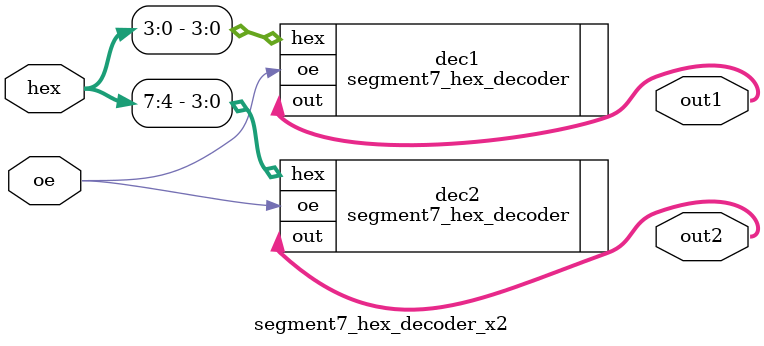
<source format=v>
module segment7_hex_decoder_x2
(
	input oe,
	input [7:0] hex,
	output [6:0] out1,
	output [6:0] out2
);

	segment7_hex_decoder dec1(.oe(oe), .hex(hex[3:0]), .out(out1));
	segment7_hex_decoder dec2(.oe(oe), .hex(hex[7:4]), .out(out2));

endmodule
</source>
